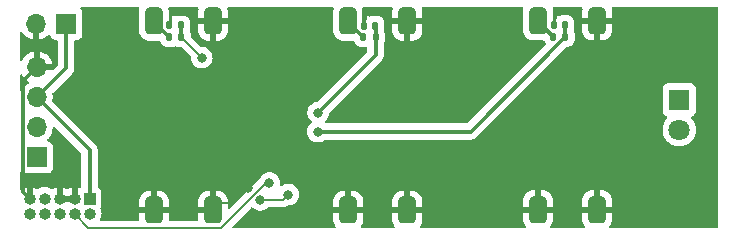
<source format=gbr>
%TF.GenerationSoftware,KiCad,Pcbnew,(6.0.2)*%
%TF.CreationDate,2023-04-03T14:54:34+02:00*%
%TF.ProjectId,IR_lights,49525f6c-6967-4687-9473-2e6b69636164,rev?*%
%TF.SameCoordinates,Original*%
%TF.FileFunction,Copper,L2,Bot*%
%TF.FilePolarity,Positive*%
%FSLAX46Y46*%
G04 Gerber Fmt 4.6, Leading zero omitted, Abs format (unit mm)*
G04 Created by KiCad (PCBNEW (6.0.2)) date 2023-04-03 14:54:34*
%MOMM*%
%LPD*%
G01*
G04 APERTURE LIST*
G04 Aperture macros list*
%AMRoundRect*
0 Rectangle with rounded corners*
0 $1 Rounding radius*
0 $2 $3 $4 $5 $6 $7 $8 $9 X,Y pos of 4 corners*
0 Add a 4 corners polygon primitive as box body*
4,1,4,$2,$3,$4,$5,$6,$7,$8,$9,$2,$3,0*
0 Add four circle primitives for the rounded corners*
1,1,$1+$1,$2,$3*
1,1,$1+$1,$4,$5*
1,1,$1+$1,$6,$7*
1,1,$1+$1,$8,$9*
0 Add four rect primitives between the rounded corners*
20,1,$1+$1,$2,$3,$4,$5,0*
20,1,$1+$1,$4,$5,$6,$7,0*
20,1,$1+$1,$6,$7,$8,$9,0*
20,1,$1+$1,$8,$9,$2,$3,0*%
G04 Aperture macros list end*
%TA.AperFunction,ComponentPad*%
%ADD10R,1.700000X1.700000*%
%TD*%
%TA.AperFunction,ComponentPad*%
%ADD11O,1.700000X1.700000*%
%TD*%
%TA.AperFunction,ComponentPad*%
%ADD12R,1.000000X1.000000*%
%TD*%
%TA.AperFunction,ComponentPad*%
%ADD13O,1.000000X1.000000*%
%TD*%
%TA.AperFunction,ComponentPad*%
%ADD14R,1.800000X1.800000*%
%TD*%
%TA.AperFunction,ComponentPad*%
%ADD15C,1.800000*%
%TD*%
%TA.AperFunction,SMDPad,CuDef*%
%ADD16RoundRect,0.140000X-0.140000X-0.170000X0.140000X-0.170000X0.140000X0.170000X-0.140000X0.170000X0*%
%TD*%
%TA.AperFunction,SMDPad,CuDef*%
%ADD17RoundRect,0.135000X0.135000X0.185000X-0.135000X0.185000X-0.135000X-0.185000X0.135000X-0.185000X0*%
%TD*%
%TA.AperFunction,SMDPad,CuDef*%
%ADD18RoundRect,0.381000X-0.381000X0.762000X-0.381000X-0.762000X0.381000X-0.762000X0.381000X0.762000X0*%
%TD*%
%TA.AperFunction,ViaPad*%
%ADD19C,0.800000*%
%TD*%
%TA.AperFunction,Conductor*%
%ADD20C,0.350000*%
%TD*%
%TA.AperFunction,Conductor*%
%ADD21C,0.150000*%
%TD*%
G04 APERTURE END LIST*
D10*
%TO.P,J2,1,Pin_1*%
%TO.N,/SCL*%
X131500000Y-106250000D03*
D11*
%TO.P,J2,2,Pin_2*%
%TO.N,/SDA*%
X131500000Y-103710000D03*
%TO.P,J2,3,Pin_3*%
%TO.N,+3V3*%
X131500000Y-101170000D03*
%TO.P,J2,4,Pin_4*%
%TO.N,GND*%
X131500000Y-98630000D03*
%TD*%
D10*
%TO.P,J3,1,Pin_1*%
%TO.N,+3V3*%
X134000000Y-94950000D03*
D11*
%TO.P,J3,2,Pin_2*%
%TO.N,GND*%
X131460000Y-94950000D03*
%TD*%
D12*
%TO.P,J1,1,Pin_1*%
%TO.N,+3V3*%
X135975000Y-109775000D03*
D13*
%TO.P,J1,2,Pin_2*%
%TO.N,/SWDIO*%
X135975000Y-111045000D03*
%TO.P,J1,3,Pin_3*%
%TO.N,GND*%
X134705000Y-109775000D03*
%TO.P,J1,4,Pin_4*%
%TO.N,/SWDCLK*%
X134705000Y-111045000D03*
%TO.P,J1,5,Pin_5*%
%TO.N,GND*%
X133435000Y-109775000D03*
%TO.P,J1,6,Pin_6*%
%TO.N,unconnected-(J1-Pad6)*%
X133435000Y-111045000D03*
%TO.P,J1,7,Pin_7*%
%TO.N,unconnected-(J1-Pad7)*%
X132165000Y-109775000D03*
%TO.P,J1,8,Pin_8*%
%TO.N,unconnected-(J1-Pad8)*%
X132165000Y-111045000D03*
%TO.P,J1,9,Pin_9*%
%TO.N,GND*%
X130895000Y-109775000D03*
%TO.P,J1,10,Pin_10*%
%TO.N,/RESET*%
X130895000Y-111045000D03*
%TD*%
D14*
%TO.P,D4,1,K*%
%TO.N,Net-(D4-Pad1)*%
X185900000Y-101375000D03*
D15*
%TO.P,D4,2,A*%
%TO.N,Net-(D4-Pad2)*%
X185900000Y-103915000D03*
%TD*%
D16*
%TO.P,C6,1*%
%TO.N,GND*%
X175270000Y-95025000D03*
%TO.P,C6,2*%
%TO.N,/ON_OFF*%
X176230000Y-95025000D03*
%TD*%
%TO.P,C7,1*%
%TO.N,GND*%
X159195000Y-95100000D03*
%TO.P,C7,2*%
%TO.N,/DAY*%
X160155000Y-95100000D03*
%TD*%
D17*
%TO.P,R5,1*%
%TO.N,/NIGHT*%
X143750000Y-96100000D03*
%TO.P,R5,2*%
%TO.N,Net-(R5-Pad2)*%
X142730000Y-96100000D03*
%TD*%
D18*
%TO.P,SW1,1,1*%
%TO.N,Net-(R5-Pad2)*%
X141425000Y-94750000D03*
%TO.P,SW1,2,2*%
%TO.N,GND*%
X141425000Y-110750000D03*
%TO.P,SW1,3,3*%
X146425000Y-94750000D03*
%TO.P,SW1,4,4*%
X146425000Y-110750000D03*
%TD*%
D17*
%TO.P,R4,1*%
%TO.N,/ON_OFF*%
X176265000Y-96050000D03*
%TO.P,R4,2*%
%TO.N,Net-(R4-Pad2)*%
X175245000Y-96050000D03*
%TD*%
%TO.P,R6,1*%
%TO.N,/DAY*%
X160190000Y-96100000D03*
%TO.P,R6,2*%
%TO.N,Net-(R6-Pad2)*%
X159170000Y-96100000D03*
%TD*%
D18*
%TO.P,SW3,1,1*%
%TO.N,Net-(R4-Pad2)*%
X173950000Y-94700000D03*
%TO.P,SW3,2,2*%
%TO.N,GND*%
X173950000Y-110700000D03*
%TO.P,SW3,3,3*%
X178950000Y-94700000D03*
%TO.P,SW3,4,4*%
X178950000Y-110700000D03*
%TD*%
%TO.P,SW2,1,1*%
%TO.N,Net-(R6-Pad2)*%
X157875000Y-94750000D03*
%TO.P,SW2,2,2*%
%TO.N,GND*%
X157875000Y-110750000D03*
%TO.P,SW2,3,3*%
X162875000Y-94750000D03*
%TO.P,SW2,4,4*%
X162875000Y-110750000D03*
%TD*%
D16*
%TO.P,C1,1*%
%TO.N,GND*%
X142745000Y-95075000D03*
%TO.P,C1,2*%
%TO.N,/NIGHT*%
X143705000Y-95075000D03*
%TD*%
D19*
%TO.N,GND*%
X161700000Y-102675000D03*
X178550000Y-98875000D03*
X164350000Y-98525000D03*
X163575000Y-106775000D03*
X139825000Y-104600000D03*
X168075000Y-95150000D03*
X175600000Y-106450000D03*
X146750000Y-110125000D03*
X149425000Y-108855000D03*
X147495000Y-107925000D03*
X186050000Y-109425000D03*
X136375000Y-96750000D03*
X186125000Y-97250000D03*
X155400000Y-107025000D03*
X168175000Y-110375000D03*
X155975000Y-95975000D03*
X139200000Y-95925000D03*
X155950000Y-111575000D03*
X148675000Y-95200000D03*
X134275000Y-106375000D03*
X142000000Y-97675000D03*
%TO.N,/NIGHT*%
X145475000Y-97825000D03*
%TO.N,+3V3*%
X150426166Y-109871166D03*
X152800000Y-109425000D03*
%TO.N,/ON_OFF*%
X155300000Y-104075000D03*
%TO.N,/DAY*%
X155325000Y-102475000D03*
%TO.N,/SWDCLK*%
X151199865Y-108427724D03*
%TD*%
D20*
%TO.N,GND*%
X130325489Y-99804511D02*
X131500000Y-98630000D01*
D21*
X148495000Y-107925000D02*
X149425000Y-108855000D01*
X147495000Y-107925000D02*
X148495000Y-107925000D01*
D20*
X130895000Y-109775000D02*
X130325489Y-109205489D01*
D21*
X148155000Y-110125000D02*
X149425000Y-108855000D01*
X146750000Y-110125000D02*
X148155000Y-110125000D01*
D20*
X130325489Y-109205489D02*
X130325489Y-99804511D01*
X159195000Y-93755000D02*
X159225000Y-93725000D01*
X159195000Y-95100000D02*
X159195000Y-93755000D01*
%TO.N,/NIGHT*%
X143750000Y-95120000D02*
X143705000Y-95075000D01*
D21*
X145475000Y-97825000D02*
X143750000Y-96100000D01*
D20*
X143750000Y-96100000D02*
X143750000Y-95120000D01*
D21*
%TO.N,+3V3*%
X152353834Y-109871166D02*
X150426166Y-109871166D01*
D20*
X131500000Y-101170000D02*
X135975000Y-105645000D01*
X134000000Y-98670000D02*
X134000000Y-94950000D01*
D21*
X152800000Y-109425000D02*
X152353834Y-109871166D01*
D20*
X131500000Y-101170000D02*
X134000000Y-98670000D01*
X135975000Y-105645000D02*
X135975000Y-109775000D01*
%TO.N,/ON_OFF*%
X176265000Y-96050000D02*
X168240000Y-104075000D01*
X168240000Y-104075000D02*
X155300000Y-104075000D01*
X176265000Y-95060000D02*
X176230000Y-95025000D01*
X176265000Y-96050000D02*
X176265000Y-95060000D01*
%TO.N,/DAY*%
X160190000Y-96100000D02*
X160190000Y-95135000D01*
X160190000Y-97610000D02*
X155325000Y-102475000D01*
X160190000Y-96100000D02*
X160190000Y-97610000D01*
X160190000Y-95135000D02*
X160155000Y-95100000D01*
D21*
%TO.N,/SWDCLK*%
X135885000Y-112225000D02*
X134705000Y-111045000D01*
X150897276Y-108427724D02*
X147100000Y-112225000D01*
X147100000Y-112225000D02*
X135885000Y-112225000D01*
X151199865Y-108427724D02*
X150897276Y-108427724D01*
D20*
%TO.N,Net-(R4-Pad2)*%
X173950000Y-94755000D02*
X175245000Y-96050000D01*
X173950000Y-94700000D02*
X173950000Y-94755000D01*
%TO.N,Net-(R5-Pad2)*%
X141425000Y-94750000D02*
X141425000Y-94795000D01*
X141425000Y-94795000D02*
X142730000Y-96100000D01*
%TO.N,Net-(R6-Pad2)*%
X157875000Y-94750000D02*
X157875000Y-94805000D01*
X157875000Y-94805000D02*
X159170000Y-96100000D01*
%TD*%
%TA.AperFunction,Conductor*%
%TO.N,GND*%
G36*
X140148953Y-93553002D02*
G01*
X140195446Y-93606658D01*
X140205550Y-93676932D01*
X140202539Y-93691611D01*
X140168614Y-93818222D01*
X140160612Y-93848085D01*
X140160159Y-93853841D01*
X140158629Y-93873286D01*
X140154500Y-93925742D01*
X140154500Y-95574258D01*
X140154693Y-95576706D01*
X140154693Y-95576714D01*
X140156224Y-95596159D01*
X140160612Y-95651915D01*
X140162105Y-95657488D01*
X140162106Y-95657492D01*
X140197184Y-95788404D01*
X140209006Y-95832524D01*
X140293893Y-95999125D01*
X140411564Y-96144436D01*
X140416690Y-96148587D01*
X140550202Y-96256703D01*
X140556875Y-96262107D01*
X140723476Y-96346994D01*
X140729849Y-96348702D01*
X140729850Y-96348702D01*
X140898508Y-96393894D01*
X140898512Y-96393895D01*
X140904085Y-96395388D01*
X140909841Y-96395841D01*
X140979286Y-96401307D01*
X140979294Y-96401307D01*
X140981742Y-96401500D01*
X141864135Y-96401500D01*
X141932256Y-96421502D01*
X141978749Y-96475158D01*
X141985132Y-96492346D01*
X141999731Y-96542596D01*
X142003766Y-96549418D01*
X142003766Y-96549419D01*
X142066885Y-96656147D01*
X142082494Y-96682541D01*
X142197459Y-96797506D01*
X142204280Y-96801540D01*
X142326520Y-96873832D01*
X142337404Y-96880269D01*
X142345015Y-96882480D01*
X142345017Y-96882481D01*
X142435750Y-96908841D01*
X142493534Y-96925629D01*
X142499941Y-96926133D01*
X142499945Y-96926134D01*
X142527556Y-96928307D01*
X142527562Y-96928307D01*
X142530011Y-96928500D01*
X142729878Y-96928500D01*
X142929988Y-96928499D01*
X142966466Y-96925629D01*
X143066501Y-96896566D01*
X143114983Y-96882481D01*
X143114985Y-96882480D01*
X143122596Y-96880269D01*
X143129421Y-96876233D01*
X143129425Y-96876231D01*
X143175861Y-96848769D01*
X143244677Y-96831309D01*
X143304139Y-96848769D01*
X143350575Y-96876231D01*
X143350579Y-96876233D01*
X143357404Y-96880269D01*
X143365015Y-96882480D01*
X143365017Y-96882481D01*
X143455750Y-96908841D01*
X143513534Y-96925629D01*
X143519941Y-96926133D01*
X143519945Y-96926134D01*
X143547556Y-96928307D01*
X143547562Y-96928307D01*
X143550011Y-96928500D01*
X143559194Y-96928500D01*
X143701116Y-96928499D01*
X143769236Y-96948501D01*
X143790211Y-96965404D01*
X144527398Y-97702591D01*
X144561424Y-97764903D01*
X144563613Y-97804855D01*
X144561496Y-97825000D01*
X144562186Y-97831565D01*
X144579187Y-97993317D01*
X144581458Y-98014928D01*
X144640473Y-98196556D01*
X144735960Y-98361944D01*
X144740378Y-98366851D01*
X144740379Y-98366852D01*
X144747111Y-98374329D01*
X144863747Y-98503866D01*
X145018248Y-98616118D01*
X145024276Y-98618802D01*
X145024278Y-98618803D01*
X145186681Y-98691109D01*
X145192712Y-98693794D01*
X145284160Y-98713232D01*
X145373056Y-98732128D01*
X145373061Y-98732128D01*
X145379513Y-98733500D01*
X145570487Y-98733500D01*
X145576939Y-98732128D01*
X145576944Y-98732128D01*
X145665840Y-98713232D01*
X145757288Y-98693794D01*
X145763319Y-98691109D01*
X145925722Y-98618803D01*
X145925724Y-98618802D01*
X145931752Y-98616118D01*
X146086253Y-98503866D01*
X146202889Y-98374329D01*
X146209621Y-98366852D01*
X146209622Y-98366851D01*
X146214040Y-98361944D01*
X146309527Y-98196556D01*
X146368542Y-98014928D01*
X146370814Y-97993317D01*
X146387814Y-97831565D01*
X146388504Y-97825000D01*
X146383112Y-97773695D01*
X146369232Y-97641635D01*
X146369232Y-97641633D01*
X146368542Y-97635072D01*
X146309527Y-97453444D01*
X146214040Y-97288056D01*
X146086253Y-97146134D01*
X145931752Y-97033882D01*
X145925724Y-97031198D01*
X145925722Y-97031197D01*
X145763319Y-96958891D01*
X145763318Y-96958891D01*
X145757288Y-96956206D01*
X145663888Y-96936353D01*
X145576944Y-96917872D01*
X145576939Y-96917872D01*
X145570487Y-96916500D01*
X145443883Y-96916500D01*
X145375762Y-96896498D01*
X145354788Y-96879595D01*
X144565404Y-96090211D01*
X144531378Y-96027899D01*
X144528499Y-96001116D01*
X144528499Y-95850012D01*
X144525629Y-95813534D01*
X144480269Y-95657404D01*
X144453711Y-95612498D01*
X144443374Y-95571755D01*
X145155000Y-95571755D01*
X145155193Y-95576681D01*
X145160655Y-95646081D01*
X145162602Y-95657413D01*
X145207767Y-95825970D01*
X145212471Y-95838223D01*
X145291318Y-95992968D01*
X145298470Y-96003982D01*
X145407768Y-96138955D01*
X145417045Y-96148232D01*
X145552018Y-96257530D01*
X145563032Y-96264682D01*
X145717777Y-96343529D01*
X145730030Y-96348233D01*
X145898587Y-96393398D01*
X145909919Y-96395345D01*
X145979319Y-96400807D01*
X145984245Y-96401000D01*
X146152885Y-96401000D01*
X146168124Y-96396525D01*
X146169329Y-96395135D01*
X146171000Y-96387452D01*
X146171000Y-96382885D01*
X146679000Y-96382885D01*
X146683475Y-96398124D01*
X146684865Y-96399329D01*
X146692548Y-96401000D01*
X146865755Y-96401000D01*
X146870681Y-96400807D01*
X146940081Y-96395345D01*
X146951413Y-96393398D01*
X147119970Y-96348233D01*
X147132223Y-96343529D01*
X147286968Y-96264682D01*
X147297982Y-96257530D01*
X147432955Y-96148232D01*
X147442232Y-96138955D01*
X147551530Y-96003982D01*
X147558682Y-95992968D01*
X147637529Y-95838223D01*
X147642233Y-95825970D01*
X147687398Y-95657413D01*
X147689345Y-95646081D01*
X147694807Y-95576681D01*
X147695000Y-95571755D01*
X147695000Y-95022115D01*
X147690525Y-95006876D01*
X147689135Y-95005671D01*
X147681452Y-95004000D01*
X146697115Y-95004000D01*
X146681876Y-95008475D01*
X146680671Y-95009865D01*
X146679000Y-95017548D01*
X146679000Y-96382885D01*
X146171000Y-96382885D01*
X146171000Y-95022115D01*
X146166525Y-95006876D01*
X146165135Y-95005671D01*
X146157452Y-95004000D01*
X145173115Y-95004000D01*
X145157876Y-95008475D01*
X145156671Y-95009865D01*
X145155000Y-95017548D01*
X145155000Y-95571755D01*
X144443374Y-95571755D01*
X144436252Y-95543683D01*
X144445093Y-95504655D01*
X144444894Y-95504597D01*
X144445859Y-95501275D01*
X144490606Y-95347254D01*
X144491340Y-95337940D01*
X144493307Y-95312940D01*
X144493307Y-95312932D01*
X144493500Y-95310484D01*
X144493500Y-94839516D01*
X144492574Y-94827746D01*
X144491111Y-94809156D01*
X144491110Y-94809151D01*
X144490606Y-94802746D01*
X144444894Y-94645403D01*
X144419827Y-94603016D01*
X144365522Y-94511192D01*
X144361488Y-94504371D01*
X144245629Y-94388512D01*
X144154477Y-94334605D01*
X144111420Y-94309141D01*
X144111419Y-94309141D01*
X144104597Y-94305106D01*
X144096986Y-94302895D01*
X144096984Y-94302894D01*
X144031567Y-94283889D01*
X143947254Y-94259394D01*
X143940849Y-94258890D01*
X143940844Y-94258889D01*
X143912940Y-94256693D01*
X143912932Y-94256693D01*
X143910484Y-94256500D01*
X143499516Y-94256500D01*
X143497068Y-94256693D01*
X143497060Y-94256693D01*
X143469156Y-94258889D01*
X143469151Y-94258890D01*
X143462746Y-94259394D01*
X143378433Y-94283889D01*
X143313016Y-94302894D01*
X143313014Y-94302895D01*
X143305403Y-94305106D01*
X143298576Y-94309143D01*
X143298577Y-94309143D01*
X143288647Y-94315015D01*
X143219830Y-94332474D01*
X143160372Y-94315016D01*
X143151222Y-94309605D01*
X143136784Y-94303357D01*
X143016395Y-94268381D01*
X143002295Y-94268421D01*
X142999000Y-94275691D01*
X142999000Y-94553621D01*
X142981454Y-94617760D01*
X142965106Y-94645403D01*
X142962895Y-94653014D01*
X142962894Y-94653016D01*
X142942497Y-94723224D01*
X142904284Y-94783059D01*
X142839788Y-94812737D01*
X142769485Y-94802834D01*
X142715697Y-94756494D01*
X142695500Y-94688071D01*
X142695500Y-93925742D01*
X142691372Y-93873286D01*
X142689841Y-93853841D01*
X142689388Y-93848085D01*
X142681387Y-93818222D01*
X142647461Y-93691611D01*
X142649151Y-93620635D01*
X142688945Y-93561839D01*
X142754209Y-93533891D01*
X142769168Y-93533000D01*
X145081349Y-93533000D01*
X145149470Y-93553002D01*
X145195963Y-93606658D01*
X145206067Y-93676932D01*
X145203056Y-93691611D01*
X145162602Y-93842587D01*
X145160655Y-93853919D01*
X145155193Y-93923319D01*
X145155000Y-93928246D01*
X145155000Y-94477885D01*
X145159475Y-94493124D01*
X145160865Y-94494329D01*
X145168548Y-94496000D01*
X147676885Y-94496000D01*
X147692124Y-94491525D01*
X147693329Y-94490135D01*
X147695000Y-94482452D01*
X147695000Y-93928246D01*
X147694807Y-93923319D01*
X147689345Y-93853919D01*
X147687398Y-93842587D01*
X147646944Y-93691611D01*
X147648634Y-93620635D01*
X147688428Y-93561839D01*
X147753693Y-93533891D01*
X147768651Y-93533000D01*
X156530832Y-93533000D01*
X156598953Y-93553002D01*
X156645446Y-93606658D01*
X156655550Y-93676932D01*
X156652539Y-93691611D01*
X156618614Y-93818222D01*
X156610612Y-93848085D01*
X156610159Y-93853841D01*
X156608629Y-93873286D01*
X156604500Y-93925742D01*
X156604500Y-95574258D01*
X156604693Y-95576706D01*
X156604693Y-95576714D01*
X156606224Y-95596159D01*
X156610612Y-95651915D01*
X156612105Y-95657488D01*
X156612106Y-95657492D01*
X156647184Y-95788404D01*
X156659006Y-95832524D01*
X156743893Y-95999125D01*
X156861564Y-96144436D01*
X156866690Y-96148587D01*
X157000202Y-96256703D01*
X157006875Y-96262107D01*
X157173476Y-96346994D01*
X157179849Y-96348702D01*
X157179850Y-96348702D01*
X157348508Y-96393894D01*
X157348512Y-96393895D01*
X157354085Y-96395388D01*
X157359841Y-96395841D01*
X157429286Y-96401307D01*
X157429294Y-96401307D01*
X157431742Y-96401500D01*
X158304135Y-96401500D01*
X158372256Y-96421502D01*
X158418749Y-96475158D01*
X158425132Y-96492345D01*
X158439731Y-96542596D01*
X158443766Y-96549418D01*
X158443766Y-96549419D01*
X158506885Y-96656147D01*
X158522494Y-96682541D01*
X158637459Y-96797506D01*
X158644280Y-96801540D01*
X158766520Y-96873832D01*
X158777404Y-96880269D01*
X158785015Y-96882480D01*
X158785017Y-96882481D01*
X158875750Y-96908841D01*
X158933534Y-96925629D01*
X158939941Y-96926133D01*
X158939945Y-96926134D01*
X158967556Y-96928307D01*
X158967562Y-96928307D01*
X158970011Y-96928500D01*
X159169878Y-96928500D01*
X159369988Y-96928499D01*
X159372450Y-96928305D01*
X159374928Y-96928208D01*
X159374972Y-96929341D01*
X159440183Y-96943094D01*
X159490702Y-96992976D01*
X159506500Y-97054062D01*
X159506500Y-97274695D01*
X159486498Y-97342816D01*
X159469595Y-97363790D01*
X155302050Y-101531335D01*
X155239738Y-101565361D01*
X155232654Y-101566500D01*
X155229513Y-101566500D01*
X155223060Y-101567872D01*
X155223057Y-101567872D01*
X155177108Y-101577639D01*
X155042712Y-101606206D01*
X155036682Y-101608891D01*
X155036681Y-101608891D01*
X154874278Y-101681197D01*
X154874276Y-101681198D01*
X154868248Y-101683882D01*
X154713747Y-101796134D01*
X154585960Y-101938056D01*
X154490473Y-102103444D01*
X154431458Y-102285072D01*
X154430768Y-102291633D01*
X154430768Y-102291635D01*
X154426791Y-102329476D01*
X154411496Y-102475000D01*
X154412186Y-102481565D01*
X154427901Y-102631081D01*
X154431458Y-102664928D01*
X154490473Y-102846556D01*
X154493776Y-102852278D01*
X154493777Y-102852279D01*
X154510566Y-102881358D01*
X154585960Y-103011944D01*
X154590378Y-103016851D01*
X154590379Y-103016852D01*
X154688203Y-103125497D01*
X154713747Y-103153866D01*
X154719088Y-103157746D01*
X154719093Y-103157751D01*
X154727669Y-103163981D01*
X154771024Y-103220202D01*
X154777101Y-103290938D01*
X154743970Y-103353731D01*
X154727671Y-103367854D01*
X154699088Y-103388621D01*
X154688747Y-103396134D01*
X154684326Y-103401044D01*
X154684325Y-103401045D01*
X154656495Y-103431954D01*
X154560960Y-103538056D01*
X154557659Y-103543774D01*
X154476603Y-103684167D01*
X154465473Y-103703444D01*
X154406458Y-103885072D01*
X154386496Y-104075000D01*
X154387186Y-104081565D01*
X154401591Y-104218617D01*
X154406458Y-104264928D01*
X154465473Y-104446556D01*
X154560960Y-104611944D01*
X154565378Y-104616851D01*
X154565379Y-104616852D01*
X154679544Y-104743645D01*
X154688747Y-104753866D01*
X154843248Y-104866118D01*
X154849276Y-104868802D01*
X154849278Y-104868803D01*
X154982431Y-104928086D01*
X155017712Y-104943794D01*
X155111113Y-104963647D01*
X155198056Y-104982128D01*
X155198061Y-104982128D01*
X155204513Y-104983500D01*
X155395487Y-104983500D01*
X155401939Y-104982128D01*
X155401944Y-104982128D01*
X155488887Y-104963647D01*
X155582288Y-104943794D01*
X155617569Y-104928086D01*
X155750722Y-104868803D01*
X155750724Y-104868802D01*
X155756752Y-104866118D01*
X155810858Y-104826808D01*
X155871754Y-104782564D01*
X155938622Y-104758705D01*
X155945815Y-104758500D01*
X168211955Y-104758500D01*
X168220524Y-104758792D01*
X168268458Y-104762060D01*
X168268462Y-104762060D01*
X168276034Y-104762576D01*
X168283511Y-104761271D01*
X168283514Y-104761271D01*
X168336647Y-104751998D01*
X168343171Y-104751035D01*
X168396691Y-104744558D01*
X168404235Y-104743645D01*
X168411345Y-104740958D01*
X168416248Y-104739754D01*
X168426734Y-104736886D01*
X168431526Y-104735439D01*
X168439004Y-104734134D01*
X168445957Y-104731082D01*
X168495341Y-104709405D01*
X168501446Y-104706914D01*
X168551882Y-104687855D01*
X168551885Y-104687853D01*
X168558989Y-104685169D01*
X168565246Y-104680869D01*
X168569714Y-104678533D01*
X168579160Y-104673275D01*
X168583526Y-104670693D01*
X168590485Y-104667638D01*
X168639304Y-104630177D01*
X168644623Y-104626314D01*
X168689065Y-104595769D01*
X168695326Y-104591466D01*
X168735233Y-104546676D01*
X168740213Y-104541402D01*
X169401146Y-103880469D01*
X184487095Y-103880469D01*
X184487392Y-103885622D01*
X184487392Y-103885625D01*
X184494161Y-104003023D01*
X184500427Y-104111697D01*
X184501564Y-104116743D01*
X184501565Y-104116749D01*
X184533480Y-104258365D01*
X184551346Y-104337642D01*
X184553288Y-104342424D01*
X184553289Y-104342428D01*
X184593019Y-104440271D01*
X184638484Y-104552237D01*
X184715878Y-104678533D01*
X184749951Y-104734134D01*
X184759501Y-104749719D01*
X184911147Y-104924784D01*
X185089349Y-105072730D01*
X185289322Y-105189584D01*
X185294147Y-105191426D01*
X185294148Y-105191427D01*
X185368665Y-105219883D01*
X185505694Y-105272209D01*
X185510760Y-105273240D01*
X185510761Y-105273240D01*
X185555219Y-105282285D01*
X185732656Y-105318385D01*
X185863324Y-105323176D01*
X185958949Y-105326683D01*
X185958953Y-105326683D01*
X185964113Y-105326872D01*
X185969233Y-105326216D01*
X185969235Y-105326216D01*
X186042270Y-105316860D01*
X186193847Y-105297442D01*
X186198795Y-105295957D01*
X186198802Y-105295956D01*
X186410747Y-105232369D01*
X186415690Y-105230886D01*
X186496236Y-105191427D01*
X186619049Y-105131262D01*
X186619052Y-105131260D01*
X186623684Y-105128991D01*
X186812243Y-104994494D01*
X186976303Y-104831005D01*
X187111458Y-104642917D01*
X187118743Y-104628178D01*
X187211784Y-104439922D01*
X187211785Y-104439920D01*
X187214078Y-104435280D01*
X187281408Y-104213671D01*
X187311640Y-103984041D01*
X187313327Y-103915000D01*
X187295934Y-103703444D01*
X187294773Y-103689318D01*
X187294772Y-103689312D01*
X187294349Y-103684167D01*
X187237925Y-103459533D01*
X187235767Y-103454570D01*
X187147630Y-103251868D01*
X187147628Y-103251865D01*
X187145570Y-103247131D01*
X187019764Y-103052665D01*
X187016282Y-103048838D01*
X186929848Y-102953848D01*
X186898796Y-102890002D01*
X186907192Y-102819504D01*
X186952369Y-102764736D01*
X186978812Y-102751067D01*
X187038297Y-102728767D01*
X187046705Y-102725615D01*
X187163261Y-102638261D01*
X187250615Y-102521705D01*
X187301745Y-102385316D01*
X187308500Y-102323134D01*
X187308500Y-100426866D01*
X187301745Y-100364684D01*
X187250615Y-100228295D01*
X187163261Y-100111739D01*
X187046705Y-100024385D01*
X186910316Y-99973255D01*
X186848134Y-99966500D01*
X184951866Y-99966500D01*
X184889684Y-99973255D01*
X184753295Y-100024385D01*
X184636739Y-100111739D01*
X184549385Y-100228295D01*
X184498255Y-100364684D01*
X184491500Y-100426866D01*
X184491500Y-102323134D01*
X184498255Y-102385316D01*
X184549385Y-102521705D01*
X184636739Y-102638261D01*
X184753295Y-102725615D01*
X184761704Y-102728767D01*
X184761705Y-102728768D01*
X184821164Y-102751058D01*
X184877929Y-102793699D01*
X184902629Y-102860261D01*
X184887422Y-102929609D01*
X184868029Y-102956091D01*
X184814655Y-103011944D01*
X184801639Y-103025564D01*
X184798725Y-103029836D01*
X184798724Y-103029837D01*
X184783152Y-103052665D01*
X184671119Y-103216899D01*
X184573602Y-103426981D01*
X184511707Y-103650169D01*
X184487095Y-103880469D01*
X169401146Y-103880469D01*
X176366211Y-96915404D01*
X176428523Y-96881378D01*
X176455306Y-96878499D01*
X176464988Y-96878499D01*
X176501466Y-96875629D01*
X176598270Y-96847505D01*
X176649983Y-96832481D01*
X176649985Y-96832480D01*
X176657596Y-96830269D01*
X176712996Y-96797506D01*
X176790720Y-96751540D01*
X176797541Y-96747506D01*
X176912506Y-96632541D01*
X176970200Y-96534985D01*
X176991234Y-96499419D01*
X176991234Y-96499418D01*
X176995269Y-96492596D01*
X177012148Y-96434500D01*
X177036406Y-96351000D01*
X177040629Y-96336466D01*
X177043500Y-96299989D01*
X177043499Y-95800012D01*
X177040629Y-95763534D01*
X177005396Y-95642260D01*
X176997481Y-95615017D01*
X176997480Y-95615015D01*
X176995269Y-95607404D01*
X176974486Y-95572262D01*
X176961672Y-95521755D01*
X177680000Y-95521755D01*
X177680193Y-95526681D01*
X177685655Y-95596081D01*
X177687602Y-95607413D01*
X177732767Y-95775970D01*
X177737471Y-95788223D01*
X177816318Y-95942968D01*
X177823470Y-95953982D01*
X177932768Y-96088955D01*
X177942045Y-96098232D01*
X178077018Y-96207530D01*
X178088032Y-96214682D01*
X178242777Y-96293529D01*
X178255030Y-96298233D01*
X178423587Y-96343398D01*
X178434919Y-96345345D01*
X178504319Y-96350807D01*
X178509245Y-96351000D01*
X178677885Y-96351000D01*
X178693124Y-96346525D01*
X178694329Y-96345135D01*
X178696000Y-96337452D01*
X178696000Y-96332885D01*
X179204000Y-96332885D01*
X179208475Y-96348124D01*
X179209865Y-96349329D01*
X179217548Y-96351000D01*
X179390755Y-96351000D01*
X179395681Y-96350807D01*
X179465081Y-96345345D01*
X179476413Y-96343398D01*
X179644970Y-96298233D01*
X179657223Y-96293529D01*
X179811968Y-96214682D01*
X179822982Y-96207530D01*
X179957955Y-96098232D01*
X179967232Y-96088955D01*
X180076530Y-95953982D01*
X180083682Y-95942968D01*
X180162529Y-95788223D01*
X180167233Y-95775970D01*
X180212398Y-95607413D01*
X180214345Y-95596081D01*
X180219807Y-95526681D01*
X180220000Y-95521755D01*
X180220000Y-94972115D01*
X180215525Y-94956876D01*
X180214135Y-94955671D01*
X180206452Y-94954000D01*
X179222115Y-94954000D01*
X179206876Y-94958475D01*
X179205671Y-94959865D01*
X179204000Y-94967548D01*
X179204000Y-96332885D01*
X178696000Y-96332885D01*
X178696000Y-94972115D01*
X178691525Y-94956876D01*
X178690135Y-94955671D01*
X178682452Y-94954000D01*
X177698115Y-94954000D01*
X177682876Y-94958475D01*
X177681671Y-94959865D01*
X177680000Y-94967548D01*
X177680000Y-95521755D01*
X176961672Y-95521755D01*
X176957027Y-95503446D01*
X176966975Y-95459533D01*
X176969894Y-95454597D01*
X177015606Y-95297254D01*
X177018500Y-95260484D01*
X177018500Y-94789516D01*
X177016937Y-94769658D01*
X177016111Y-94759156D01*
X177016110Y-94759151D01*
X177015606Y-94752746D01*
X176969894Y-94595403D01*
X176927528Y-94523765D01*
X176890522Y-94461192D01*
X176886488Y-94454371D01*
X176770629Y-94338512D01*
X176763808Y-94334478D01*
X176636420Y-94259141D01*
X176636419Y-94259141D01*
X176629597Y-94255106D01*
X176621986Y-94252895D01*
X176621984Y-94252894D01*
X176571005Y-94238084D01*
X176472254Y-94209394D01*
X176465849Y-94208890D01*
X176465844Y-94208889D01*
X176437940Y-94206693D01*
X176437932Y-94206693D01*
X176435484Y-94206500D01*
X176024516Y-94206500D01*
X176022068Y-94206693D01*
X176022060Y-94206693D01*
X175994156Y-94208889D01*
X175994151Y-94208890D01*
X175987746Y-94209394D01*
X175888995Y-94238084D01*
X175838016Y-94252894D01*
X175838014Y-94252895D01*
X175830403Y-94255106D01*
X175822796Y-94259605D01*
X175813647Y-94265015D01*
X175744830Y-94282474D01*
X175685372Y-94265016D01*
X175676222Y-94259605D01*
X175661784Y-94253357D01*
X175541395Y-94218381D01*
X175527295Y-94218421D01*
X175524000Y-94225691D01*
X175524000Y-94503621D01*
X175506454Y-94567760D01*
X175490106Y-94595403D01*
X175487895Y-94603014D01*
X175487894Y-94603016D01*
X175467497Y-94673224D01*
X175429284Y-94733059D01*
X175364788Y-94762737D01*
X175294485Y-94752834D01*
X175240697Y-94706494D01*
X175220500Y-94638071D01*
X175220500Y-93875742D01*
X175218783Y-93853919D01*
X175214841Y-93803841D01*
X175214388Y-93798085D01*
X175185858Y-93691610D01*
X175187548Y-93620635D01*
X175227342Y-93561839D01*
X175292606Y-93533891D01*
X175307565Y-93533000D01*
X177592952Y-93533000D01*
X177661073Y-93553002D01*
X177707566Y-93606658D01*
X177717670Y-93676932D01*
X177714659Y-93691611D01*
X177687602Y-93792587D01*
X177685655Y-93803919D01*
X177680193Y-93873319D01*
X177680000Y-93878246D01*
X177680000Y-94427885D01*
X177684475Y-94443124D01*
X177685865Y-94444329D01*
X177693548Y-94446000D01*
X180201885Y-94446000D01*
X180217124Y-94441525D01*
X180218329Y-94440135D01*
X180220000Y-94432452D01*
X180220000Y-93878246D01*
X180219807Y-93873319D01*
X180214345Y-93803919D01*
X180212398Y-93792587D01*
X180185341Y-93691611D01*
X180187031Y-93620635D01*
X180226825Y-93561839D01*
X180292089Y-93533891D01*
X180307048Y-93533000D01*
X189091000Y-93533000D01*
X189159121Y-93553002D01*
X189205614Y-93606658D01*
X189217000Y-93659000D01*
X189217000Y-112141000D01*
X189196998Y-112209121D01*
X189143342Y-112255614D01*
X189091000Y-112267000D01*
X180087219Y-112267000D01*
X180019098Y-112246998D01*
X179972605Y-112193342D01*
X179962501Y-112123068D01*
X179989298Y-112061706D01*
X180076530Y-111953982D01*
X180083682Y-111942968D01*
X180162529Y-111788223D01*
X180167233Y-111775970D01*
X180212398Y-111607413D01*
X180214345Y-111596081D01*
X180219807Y-111526681D01*
X180220000Y-111521755D01*
X180220000Y-110972115D01*
X180215525Y-110956876D01*
X180214135Y-110955671D01*
X180206452Y-110954000D01*
X177698115Y-110954000D01*
X177682876Y-110958475D01*
X177681671Y-110959865D01*
X177680000Y-110967548D01*
X177680000Y-111521755D01*
X177680193Y-111526681D01*
X177685655Y-111596081D01*
X177687602Y-111607413D01*
X177732767Y-111775970D01*
X177737471Y-111788223D01*
X177816318Y-111942968D01*
X177823470Y-111953982D01*
X177910702Y-112061706D01*
X177938027Y-112127234D01*
X177925587Y-112197132D01*
X177877332Y-112249209D01*
X177812781Y-112267000D01*
X175087219Y-112267000D01*
X175019098Y-112246998D01*
X174972605Y-112193342D01*
X174962501Y-112123068D01*
X174989298Y-112061706D01*
X175076530Y-111953982D01*
X175083682Y-111942968D01*
X175162529Y-111788223D01*
X175167233Y-111775970D01*
X175212398Y-111607413D01*
X175214345Y-111596081D01*
X175219807Y-111526681D01*
X175220000Y-111521755D01*
X175220000Y-110972115D01*
X175215525Y-110956876D01*
X175214135Y-110955671D01*
X175206452Y-110954000D01*
X172698115Y-110954000D01*
X172682876Y-110958475D01*
X172681671Y-110959865D01*
X172680000Y-110967548D01*
X172680000Y-111521755D01*
X172680193Y-111526681D01*
X172685655Y-111596081D01*
X172687602Y-111607413D01*
X172732767Y-111775970D01*
X172737471Y-111788223D01*
X172816318Y-111942968D01*
X172823470Y-111953982D01*
X172910702Y-112061706D01*
X172938027Y-112127234D01*
X172925587Y-112197132D01*
X172877332Y-112249209D01*
X172812781Y-112267000D01*
X164052707Y-112267000D01*
X163984586Y-112246998D01*
X163938093Y-112193342D01*
X163927989Y-112123068D01*
X163954787Y-112061706D01*
X164001526Y-112003988D01*
X164008682Y-111992968D01*
X164087529Y-111838223D01*
X164092233Y-111825970D01*
X164137398Y-111657413D01*
X164139345Y-111646081D01*
X164144807Y-111576681D01*
X164145000Y-111571755D01*
X164145000Y-111022115D01*
X164140525Y-111006876D01*
X164139135Y-111005671D01*
X164131452Y-111004000D01*
X161623115Y-111004000D01*
X161607876Y-111008475D01*
X161606671Y-111009865D01*
X161605000Y-111017548D01*
X161605000Y-111571755D01*
X161605193Y-111576681D01*
X161610655Y-111646081D01*
X161612602Y-111657413D01*
X161657767Y-111825970D01*
X161662471Y-111838223D01*
X161741318Y-111992968D01*
X161748474Y-112003988D01*
X161795213Y-112061706D01*
X161822539Y-112127233D01*
X161810099Y-112197131D01*
X161761845Y-112249208D01*
X161697293Y-112267000D01*
X159052707Y-112267000D01*
X158984586Y-112246998D01*
X158938093Y-112193342D01*
X158927989Y-112123068D01*
X158954787Y-112061706D01*
X159001526Y-112003988D01*
X159008682Y-111992968D01*
X159087529Y-111838223D01*
X159092233Y-111825970D01*
X159137398Y-111657413D01*
X159139345Y-111646081D01*
X159144807Y-111576681D01*
X159145000Y-111571755D01*
X159145000Y-111022115D01*
X159140525Y-111006876D01*
X159139135Y-111005671D01*
X159131452Y-111004000D01*
X156623115Y-111004000D01*
X156607876Y-111008475D01*
X156606671Y-111009865D01*
X156605000Y-111017548D01*
X156605000Y-111571755D01*
X156605193Y-111576681D01*
X156610655Y-111646081D01*
X156612602Y-111657413D01*
X156657767Y-111825970D01*
X156662471Y-111838223D01*
X156741318Y-111992968D01*
X156748474Y-112003988D01*
X156795213Y-112061706D01*
X156822539Y-112127233D01*
X156810099Y-112197131D01*
X156761845Y-112249208D01*
X156697293Y-112267000D01*
X148187383Y-112267000D01*
X148119262Y-112246998D01*
X148072769Y-112193342D01*
X148062665Y-112123068D01*
X148092159Y-112058488D01*
X148098288Y-112051905D01*
X149619277Y-110530916D01*
X149681589Y-110496890D01*
X149752404Y-110501955D01*
X149802007Y-110535699D01*
X149803747Y-110537631D01*
X149814913Y-110550032D01*
X149969414Y-110662284D01*
X149975442Y-110664968D01*
X149975444Y-110664969D01*
X150137847Y-110737275D01*
X150143878Y-110739960D01*
X150237279Y-110759813D01*
X150324222Y-110778294D01*
X150324227Y-110778294D01*
X150330679Y-110779666D01*
X150521653Y-110779666D01*
X150528105Y-110778294D01*
X150528110Y-110778294D01*
X150615053Y-110759813D01*
X150708454Y-110739960D01*
X150714485Y-110737275D01*
X150876888Y-110664969D01*
X150876890Y-110664968D01*
X150882918Y-110662284D01*
X151037419Y-110550032D01*
X151085749Y-110496356D01*
X151115730Y-110477885D01*
X156605000Y-110477885D01*
X156609475Y-110493124D01*
X156610865Y-110494329D01*
X156618548Y-110496000D01*
X157602885Y-110496000D01*
X157618124Y-110491525D01*
X157619329Y-110490135D01*
X157621000Y-110482452D01*
X157621000Y-110477885D01*
X158129000Y-110477885D01*
X158133475Y-110493124D01*
X158134865Y-110494329D01*
X158142548Y-110496000D01*
X159126885Y-110496000D01*
X159142124Y-110491525D01*
X159143329Y-110490135D01*
X159145000Y-110482452D01*
X159145000Y-110477885D01*
X161605000Y-110477885D01*
X161609475Y-110493124D01*
X161610865Y-110494329D01*
X161618548Y-110496000D01*
X162602885Y-110496000D01*
X162618124Y-110491525D01*
X162619329Y-110490135D01*
X162621000Y-110482452D01*
X162621000Y-110477885D01*
X163129000Y-110477885D01*
X163133475Y-110493124D01*
X163134865Y-110494329D01*
X163142548Y-110496000D01*
X164126885Y-110496000D01*
X164142124Y-110491525D01*
X164143329Y-110490135D01*
X164145000Y-110482452D01*
X164145000Y-110427885D01*
X172680000Y-110427885D01*
X172684475Y-110443124D01*
X172685865Y-110444329D01*
X172693548Y-110446000D01*
X173677885Y-110446000D01*
X173693124Y-110441525D01*
X173694329Y-110440135D01*
X173696000Y-110432452D01*
X173696000Y-110427885D01*
X174204000Y-110427885D01*
X174208475Y-110443124D01*
X174209865Y-110444329D01*
X174217548Y-110446000D01*
X175201885Y-110446000D01*
X175217124Y-110441525D01*
X175218329Y-110440135D01*
X175220000Y-110432452D01*
X175220000Y-110427885D01*
X177680000Y-110427885D01*
X177684475Y-110443124D01*
X177685865Y-110444329D01*
X177693548Y-110446000D01*
X178677885Y-110446000D01*
X178693124Y-110441525D01*
X178694329Y-110440135D01*
X178696000Y-110432452D01*
X178696000Y-110427885D01*
X179204000Y-110427885D01*
X179208475Y-110443124D01*
X179209865Y-110444329D01*
X179217548Y-110446000D01*
X180201885Y-110446000D01*
X180217124Y-110441525D01*
X180218329Y-110440135D01*
X180220000Y-110432452D01*
X180220000Y-109878246D01*
X180219807Y-109873319D01*
X180214345Y-109803919D01*
X180212398Y-109792587D01*
X180167233Y-109624030D01*
X180162529Y-109611777D01*
X180083682Y-109457032D01*
X180076530Y-109446018D01*
X179967232Y-109311045D01*
X179957955Y-109301768D01*
X179822982Y-109192470D01*
X179811968Y-109185318D01*
X179657223Y-109106471D01*
X179644970Y-109101767D01*
X179476413Y-109056602D01*
X179465081Y-109054655D01*
X179395681Y-109049193D01*
X179390754Y-109049000D01*
X179222115Y-109049000D01*
X179206876Y-109053475D01*
X179205671Y-109054865D01*
X179204000Y-109062548D01*
X179204000Y-110427885D01*
X178696000Y-110427885D01*
X178696000Y-109067115D01*
X178691525Y-109051876D01*
X178690135Y-109050671D01*
X178682452Y-109049000D01*
X178509246Y-109049000D01*
X178504319Y-109049193D01*
X178434919Y-109054655D01*
X178423587Y-109056602D01*
X178255030Y-109101767D01*
X178242777Y-109106471D01*
X178088032Y-109185318D01*
X178077018Y-109192470D01*
X177942045Y-109301768D01*
X177932768Y-109311045D01*
X177823470Y-109446018D01*
X177816318Y-109457032D01*
X177737471Y-109611777D01*
X177732767Y-109624030D01*
X177687602Y-109792587D01*
X177685655Y-109803919D01*
X177680193Y-109873319D01*
X177680000Y-109878246D01*
X177680000Y-110427885D01*
X175220000Y-110427885D01*
X175220000Y-109878246D01*
X175219807Y-109873319D01*
X175214345Y-109803919D01*
X175212398Y-109792587D01*
X175167233Y-109624030D01*
X175162529Y-109611777D01*
X175083682Y-109457032D01*
X175076530Y-109446018D01*
X174967232Y-109311045D01*
X174957955Y-109301768D01*
X174822982Y-109192470D01*
X174811968Y-109185318D01*
X174657223Y-109106471D01*
X174644970Y-109101767D01*
X174476413Y-109056602D01*
X174465081Y-109054655D01*
X174395681Y-109049193D01*
X174390754Y-109049000D01*
X174222115Y-109049000D01*
X174206876Y-109053475D01*
X174205671Y-109054865D01*
X174204000Y-109062548D01*
X174204000Y-110427885D01*
X173696000Y-110427885D01*
X173696000Y-109067115D01*
X173691525Y-109051876D01*
X173690135Y-109050671D01*
X173682452Y-109049000D01*
X173509246Y-109049000D01*
X173504319Y-109049193D01*
X173434919Y-109054655D01*
X173423587Y-109056602D01*
X173255030Y-109101767D01*
X173242777Y-109106471D01*
X173088032Y-109185318D01*
X173077018Y-109192470D01*
X172942045Y-109301768D01*
X172932768Y-109311045D01*
X172823470Y-109446018D01*
X172816318Y-109457032D01*
X172737471Y-109611777D01*
X172732767Y-109624030D01*
X172687602Y-109792587D01*
X172685655Y-109803919D01*
X172680193Y-109873319D01*
X172680000Y-109878246D01*
X172680000Y-110427885D01*
X164145000Y-110427885D01*
X164145000Y-109928246D01*
X164144807Y-109923319D01*
X164139345Y-109853919D01*
X164137398Y-109842587D01*
X164092233Y-109674030D01*
X164087529Y-109661777D01*
X164008682Y-109507032D01*
X164001530Y-109496018D01*
X163892232Y-109361045D01*
X163882955Y-109351768D01*
X163747982Y-109242470D01*
X163736968Y-109235318D01*
X163582223Y-109156471D01*
X163569970Y-109151767D01*
X163401413Y-109106602D01*
X163390081Y-109104655D01*
X163320681Y-109099193D01*
X163315754Y-109099000D01*
X163147115Y-109099000D01*
X163131876Y-109103475D01*
X163130671Y-109104865D01*
X163129000Y-109112548D01*
X163129000Y-110477885D01*
X162621000Y-110477885D01*
X162621000Y-109117115D01*
X162616525Y-109101876D01*
X162615135Y-109100671D01*
X162607452Y-109099000D01*
X162434246Y-109099000D01*
X162429319Y-109099193D01*
X162359919Y-109104655D01*
X162348587Y-109106602D01*
X162180030Y-109151767D01*
X162167777Y-109156471D01*
X162013032Y-109235318D01*
X162002018Y-109242470D01*
X161867045Y-109351768D01*
X161857768Y-109361045D01*
X161748470Y-109496018D01*
X161741318Y-109507032D01*
X161662471Y-109661777D01*
X161657767Y-109674030D01*
X161612602Y-109842587D01*
X161610655Y-109853919D01*
X161605193Y-109923319D01*
X161605000Y-109928246D01*
X161605000Y-110477885D01*
X159145000Y-110477885D01*
X159145000Y-109928246D01*
X159144807Y-109923319D01*
X159139345Y-109853919D01*
X159137398Y-109842587D01*
X159092233Y-109674030D01*
X159087529Y-109661777D01*
X159008682Y-109507032D01*
X159001530Y-109496018D01*
X158892232Y-109361045D01*
X158882955Y-109351768D01*
X158747982Y-109242470D01*
X158736968Y-109235318D01*
X158582223Y-109156471D01*
X158569970Y-109151767D01*
X158401413Y-109106602D01*
X158390081Y-109104655D01*
X158320681Y-109099193D01*
X158315754Y-109099000D01*
X158147115Y-109099000D01*
X158131876Y-109103475D01*
X158130671Y-109104865D01*
X158129000Y-109112548D01*
X158129000Y-110477885D01*
X157621000Y-110477885D01*
X157621000Y-109117115D01*
X157616525Y-109101876D01*
X157615135Y-109100671D01*
X157607452Y-109099000D01*
X157434246Y-109099000D01*
X157429319Y-109099193D01*
X157359919Y-109104655D01*
X157348587Y-109106602D01*
X157180030Y-109151767D01*
X157167777Y-109156471D01*
X157013032Y-109235318D01*
X157002018Y-109242470D01*
X156867045Y-109351768D01*
X156857768Y-109361045D01*
X156748470Y-109496018D01*
X156741318Y-109507032D01*
X156662471Y-109661777D01*
X156657767Y-109674030D01*
X156612602Y-109842587D01*
X156610655Y-109853919D01*
X156605193Y-109923319D01*
X156605000Y-109928246D01*
X156605000Y-110477885D01*
X151115730Y-110477885D01*
X151146195Y-110459116D01*
X151179385Y-110454666D01*
X152307331Y-110454666D01*
X152323778Y-110455744D01*
X152353834Y-110459701D01*
X152362022Y-110458623D01*
X152392078Y-110454666D01*
X152431318Y-110449500D01*
X152506158Y-110439647D01*
X152648101Y-110380852D01*
X152675882Y-110359535D01*
X152742101Y-110333937D01*
X152752583Y-110333500D01*
X152895487Y-110333500D01*
X152901939Y-110332128D01*
X152901944Y-110332128D01*
X152988887Y-110313647D01*
X153082288Y-110293794D01*
X153088319Y-110291109D01*
X153250722Y-110218803D01*
X153250724Y-110218802D01*
X153256752Y-110216118D01*
X153272234Y-110204870D01*
X153401706Y-110110802D01*
X153411253Y-110103866D01*
X153488915Y-110017614D01*
X153534621Y-109966852D01*
X153534622Y-109966851D01*
X153539040Y-109961944D01*
X153634527Y-109796556D01*
X153693542Y-109614928D01*
X153703885Y-109516525D01*
X153712814Y-109431565D01*
X153713504Y-109425000D01*
X153693542Y-109235072D01*
X153634527Y-109053444D01*
X153539040Y-108888056D01*
X153506907Y-108852368D01*
X153415675Y-108751045D01*
X153415674Y-108751044D01*
X153411253Y-108746134D01*
X153256752Y-108633882D01*
X153250724Y-108631198D01*
X153250722Y-108631197D01*
X153088319Y-108558891D01*
X153088318Y-108558891D01*
X153082288Y-108556206D01*
X152988888Y-108536353D01*
X152901944Y-108517872D01*
X152901939Y-108517872D01*
X152895487Y-108516500D01*
X152704513Y-108516500D01*
X152698061Y-108517872D01*
X152698056Y-108517872D01*
X152611112Y-108536353D01*
X152517712Y-108556206D01*
X152511682Y-108558891D01*
X152511681Y-108558891D01*
X152349278Y-108631197D01*
X152349276Y-108631198D01*
X152343248Y-108633882D01*
X152337905Y-108637764D01*
X152299858Y-108665407D01*
X152232990Y-108689266D01*
X152163839Y-108673187D01*
X152114358Y-108622273D01*
X152100486Y-108550302D01*
X152112679Y-108434289D01*
X152113369Y-108427724D01*
X152093407Y-108237796D01*
X152034392Y-108056168D01*
X151938905Y-107890780D01*
X151811118Y-107748858D01*
X151656617Y-107636606D01*
X151650589Y-107633922D01*
X151650587Y-107633921D01*
X151488184Y-107561615D01*
X151488183Y-107561615D01*
X151482153Y-107558930D01*
X151375561Y-107536273D01*
X151301809Y-107520596D01*
X151301804Y-107520596D01*
X151295352Y-107519224D01*
X151104378Y-107519224D01*
X151097926Y-107520596D01*
X151097921Y-107520596D01*
X151024169Y-107536273D01*
X150917577Y-107558930D01*
X150911547Y-107561615D01*
X150911546Y-107561615D01*
X150749143Y-107633921D01*
X150749141Y-107633922D01*
X150743113Y-107636606D01*
X150588612Y-107748858D01*
X150460825Y-107890780D01*
X150365338Y-108056168D01*
X150363296Y-108062453D01*
X150336999Y-108143387D01*
X150306261Y-108193546D01*
X147910095Y-110589712D01*
X147847783Y-110623738D01*
X147776968Y-110618673D01*
X147720132Y-110576126D01*
X147695321Y-110509606D01*
X147695000Y-110500617D01*
X147695000Y-109928246D01*
X147694807Y-109923319D01*
X147689345Y-109853919D01*
X147687398Y-109842587D01*
X147642233Y-109674030D01*
X147637529Y-109661777D01*
X147558682Y-109507032D01*
X147551530Y-109496018D01*
X147442232Y-109361045D01*
X147432955Y-109351768D01*
X147297982Y-109242470D01*
X147286968Y-109235318D01*
X147132223Y-109156471D01*
X147119970Y-109151767D01*
X146951413Y-109106602D01*
X146940081Y-109104655D01*
X146870681Y-109099193D01*
X146865754Y-109099000D01*
X146697115Y-109099000D01*
X146681876Y-109103475D01*
X146680671Y-109104865D01*
X146679000Y-109112548D01*
X146679000Y-110878000D01*
X146658998Y-110946121D01*
X146605342Y-110992614D01*
X146553000Y-111004000D01*
X145173115Y-111004000D01*
X145157876Y-111008475D01*
X145156671Y-111009865D01*
X145155000Y-111017548D01*
X145155000Y-111515500D01*
X145134998Y-111583621D01*
X145081342Y-111630114D01*
X145029000Y-111641500D01*
X142821000Y-111641500D01*
X142752879Y-111621498D01*
X142706386Y-111567842D01*
X142695000Y-111515500D01*
X142695000Y-111022115D01*
X142690525Y-111006876D01*
X142689135Y-111005671D01*
X142681452Y-111004000D01*
X140173115Y-111004000D01*
X140157876Y-111008475D01*
X140156671Y-111009865D01*
X140155000Y-111017548D01*
X140155000Y-111515500D01*
X140134998Y-111583621D01*
X140081342Y-111630114D01*
X140029000Y-111641500D01*
X137012069Y-111641500D01*
X136943948Y-111621498D01*
X136897455Y-111567842D01*
X136887351Y-111497568D01*
X136896961Y-111464254D01*
X136897727Y-111462535D01*
X136900769Y-111457179D01*
X136902712Y-111451337D01*
X136902715Y-111451331D01*
X136961250Y-111275365D01*
X136963197Y-111269513D01*
X136987985Y-111073295D01*
X136988380Y-111045000D01*
X136969080Y-110848167D01*
X136911916Y-110658831D01*
X136909024Y-110653391D01*
X136907195Y-110648954D01*
X136899731Y-110578350D01*
X136917512Y-110537631D01*
X136915921Y-110536760D01*
X136920229Y-110528891D01*
X136925615Y-110521705D01*
X136942042Y-110477885D01*
X140155000Y-110477885D01*
X140159475Y-110493124D01*
X140160865Y-110494329D01*
X140168548Y-110496000D01*
X141152885Y-110496000D01*
X141168124Y-110491525D01*
X141169329Y-110490135D01*
X141171000Y-110482452D01*
X141171000Y-110477885D01*
X141679000Y-110477885D01*
X141683475Y-110493124D01*
X141684865Y-110494329D01*
X141692548Y-110496000D01*
X142676885Y-110496000D01*
X142692124Y-110491525D01*
X142693329Y-110490135D01*
X142695000Y-110482452D01*
X142695000Y-110477885D01*
X145155000Y-110477885D01*
X145159475Y-110493124D01*
X145160865Y-110494329D01*
X145168548Y-110496000D01*
X146152885Y-110496000D01*
X146168124Y-110491525D01*
X146169329Y-110490135D01*
X146171000Y-110482452D01*
X146171000Y-109117115D01*
X146166525Y-109101876D01*
X146165135Y-109100671D01*
X146157452Y-109099000D01*
X145984246Y-109099000D01*
X145979319Y-109099193D01*
X145909919Y-109104655D01*
X145898587Y-109106602D01*
X145730030Y-109151767D01*
X145717777Y-109156471D01*
X145563032Y-109235318D01*
X145552018Y-109242470D01*
X145417045Y-109351768D01*
X145407768Y-109361045D01*
X145298470Y-109496018D01*
X145291318Y-109507032D01*
X145212471Y-109661777D01*
X145207767Y-109674030D01*
X145162602Y-109842587D01*
X145160655Y-109853919D01*
X145155193Y-109923319D01*
X145155000Y-109928246D01*
X145155000Y-110477885D01*
X142695000Y-110477885D01*
X142695000Y-109928246D01*
X142694807Y-109923319D01*
X142689345Y-109853919D01*
X142687398Y-109842587D01*
X142642233Y-109674030D01*
X142637529Y-109661777D01*
X142558682Y-109507032D01*
X142551530Y-109496018D01*
X142442232Y-109361045D01*
X142432955Y-109351768D01*
X142297982Y-109242470D01*
X142286968Y-109235318D01*
X142132223Y-109156471D01*
X142119970Y-109151767D01*
X141951413Y-109106602D01*
X141940081Y-109104655D01*
X141870681Y-109099193D01*
X141865754Y-109099000D01*
X141697115Y-109099000D01*
X141681876Y-109103475D01*
X141680671Y-109104865D01*
X141679000Y-109112548D01*
X141679000Y-110477885D01*
X141171000Y-110477885D01*
X141171000Y-109117115D01*
X141166525Y-109101876D01*
X141165135Y-109100671D01*
X141157452Y-109099000D01*
X140984246Y-109099000D01*
X140979319Y-109099193D01*
X140909919Y-109104655D01*
X140898587Y-109106602D01*
X140730030Y-109151767D01*
X140717777Y-109156471D01*
X140563032Y-109235318D01*
X140552018Y-109242470D01*
X140417045Y-109351768D01*
X140407768Y-109361045D01*
X140298470Y-109496018D01*
X140291318Y-109507032D01*
X140212471Y-109661777D01*
X140207767Y-109674030D01*
X140162602Y-109842587D01*
X140160655Y-109853919D01*
X140155193Y-109923319D01*
X140155000Y-109928246D01*
X140155000Y-110477885D01*
X136942042Y-110477885D01*
X136976745Y-110385316D01*
X136983500Y-110323134D01*
X136983500Y-109226866D01*
X136976745Y-109164684D01*
X136925615Y-109028295D01*
X136838261Y-108911739D01*
X136721705Y-108824385D01*
X136721049Y-108824139D01*
X136673843Y-108776825D01*
X136658500Y-108716567D01*
X136658500Y-105673056D01*
X136658792Y-105664486D01*
X136658863Y-105663443D01*
X136662577Y-105608966D01*
X136651997Y-105548342D01*
X136651034Y-105541819D01*
X136644558Y-105488308D01*
X136644558Y-105488307D01*
X136643645Y-105480765D01*
X136640959Y-105473655D01*
X136639754Y-105468752D01*
X136636886Y-105458266D01*
X136635439Y-105453474D01*
X136634134Y-105445996D01*
X136631082Y-105439043D01*
X136609405Y-105389659D01*
X136606914Y-105383554D01*
X136587855Y-105333118D01*
X136587853Y-105333115D01*
X136585169Y-105326011D01*
X136580869Y-105319754D01*
X136578533Y-105315286D01*
X136573275Y-105305840D01*
X136570693Y-105301474D01*
X136567638Y-105294515D01*
X136530177Y-105245696D01*
X136526314Y-105240377D01*
X136495769Y-105195935D01*
X136491466Y-105189674D01*
X136446676Y-105149767D01*
X136441402Y-105144787D01*
X132866780Y-101570165D01*
X132832754Y-101507853D01*
X132832723Y-101458116D01*
X132832370Y-101458069D01*
X132832722Y-101455398D01*
X132832722Y-101455395D01*
X132861529Y-101236590D01*
X132863156Y-101170000D01*
X132844852Y-100947361D01*
X132836616Y-100914570D01*
X132831017Y-100892278D01*
X132833822Y-100821337D01*
X132864126Y-100772489D01*
X134463459Y-99173156D01*
X134469724Y-99167302D01*
X134505945Y-99135704D01*
X134511670Y-99130710D01*
X134547066Y-99080345D01*
X134550980Y-99075077D01*
X134584248Y-99032649D01*
X134588935Y-99026672D01*
X134592061Y-99019748D01*
X134594671Y-99015439D01*
X134600042Y-99006024D01*
X134602427Y-99001576D01*
X134606795Y-98995361D01*
X134629144Y-98938039D01*
X134631698Y-98931962D01*
X134653887Y-98882820D01*
X134657014Y-98875895D01*
X134658400Y-98868418D01*
X134659910Y-98863598D01*
X134662878Y-98853182D01*
X134664131Y-98848302D01*
X134666889Y-98841228D01*
X134667881Y-98833695D01*
X134674921Y-98780223D01*
X134675953Y-98773710D01*
X134685777Y-98720701D01*
X134685777Y-98720699D01*
X134687161Y-98713232D01*
X134686120Y-98695166D01*
X134683709Y-98653357D01*
X134683500Y-98646105D01*
X134683500Y-96434500D01*
X134703502Y-96366379D01*
X134757158Y-96319886D01*
X134809500Y-96308500D01*
X134898134Y-96308500D01*
X134960316Y-96301745D01*
X135096705Y-96250615D01*
X135213261Y-96163261D01*
X135300615Y-96046705D01*
X135351745Y-95910316D01*
X135358500Y-95848134D01*
X135358500Y-94051866D01*
X135351745Y-93989684D01*
X135300615Y-93853295D01*
X135213261Y-93736739D01*
X135215642Y-93734954D01*
X135188792Y-93685783D01*
X135193857Y-93614968D01*
X135236404Y-93558132D01*
X135302924Y-93533321D01*
X135311913Y-93533000D01*
X140080832Y-93533000D01*
X140148953Y-93553002D01*
G37*
%TD.AperFunction*%
%TA.AperFunction,Conductor*%
G36*
X133074590Y-103711205D02*
G01*
X135254595Y-105891210D01*
X135288621Y-105953522D01*
X135291500Y-105980305D01*
X135291500Y-108716567D01*
X135271498Y-108784688D01*
X135229322Y-108824000D01*
X135228295Y-108824385D01*
X135221114Y-108829767D01*
X135213242Y-108834077D01*
X135212108Y-108832005D01*
X135157606Y-108852368D01*
X135099723Y-108842850D01*
X135091620Y-108839444D01*
X134976308Y-108803750D01*
X134962205Y-108803544D01*
X134959000Y-108810299D01*
X134959000Y-109903000D01*
X134938998Y-109971121D01*
X134885342Y-110017614D01*
X134833000Y-110029000D01*
X133307000Y-110029000D01*
X133238879Y-110008998D01*
X133192386Y-109955342D01*
X133181000Y-109903000D01*
X133181000Y-109502885D01*
X133689000Y-109502885D01*
X133693475Y-109518124D01*
X133694865Y-109519329D01*
X133702548Y-109521000D01*
X134432885Y-109521000D01*
X134448124Y-109516525D01*
X134449329Y-109515135D01*
X134451000Y-109507452D01*
X134451000Y-108817076D01*
X134447027Y-108803545D01*
X134439232Y-108802425D01*
X134331479Y-108834138D01*
X134320111Y-108838731D01*
X134155846Y-108924607D01*
X134140426Y-108934697D01*
X134139095Y-108932663D01*
X134083357Y-108955653D01*
X134013508Y-108942943D01*
X133999617Y-108934814D01*
X133995971Y-108932355D01*
X133832924Y-108844196D01*
X133821619Y-108839444D01*
X133706308Y-108803750D01*
X133692205Y-108803544D01*
X133689000Y-108810299D01*
X133689000Y-109502885D01*
X133181000Y-109502885D01*
X133181000Y-108817076D01*
X133177027Y-108803545D01*
X133169232Y-108802425D01*
X133061479Y-108834138D01*
X133050111Y-108838731D01*
X132885846Y-108924607D01*
X132870426Y-108934697D01*
X132869003Y-108932522D01*
X132813864Y-108955314D01*
X132744005Y-108942657D01*
X132734055Y-108936839D01*
X132731675Y-108934870D01*
X132557701Y-108840802D01*
X132368768Y-108782318D01*
X132362643Y-108781674D01*
X132362642Y-108781674D01*
X132178204Y-108762289D01*
X132178202Y-108762289D01*
X132172075Y-108761645D01*
X132089576Y-108769153D01*
X131981251Y-108779011D01*
X131981248Y-108779012D01*
X131975112Y-108779570D01*
X131969206Y-108781308D01*
X131969202Y-108781309D01*
X131892954Y-108803750D01*
X131785381Y-108835410D01*
X131779923Y-108838263D01*
X131779919Y-108838265D01*
X131694067Y-108883148D01*
X131610110Y-108927040D01*
X131605310Y-108930900D01*
X131600153Y-108934274D01*
X131598849Y-108932281D01*
X131542977Y-108955354D01*
X131473122Y-108942674D01*
X131459186Y-108934522D01*
X131455980Y-108932360D01*
X131292924Y-108844196D01*
X131281619Y-108839444D01*
X131166308Y-108803750D01*
X131152205Y-108803544D01*
X131149000Y-108810299D01*
X131149000Y-109903000D01*
X131128998Y-109971121D01*
X131075342Y-110017614D01*
X131023000Y-110029000D01*
X130767000Y-110029000D01*
X130698879Y-110008998D01*
X130652386Y-109955342D01*
X130641000Y-109903000D01*
X130641000Y-108817076D01*
X130637027Y-108803545D01*
X130629232Y-108802425D01*
X130521479Y-108834138D01*
X130510111Y-108838731D01*
X130345846Y-108924607D01*
X130335585Y-108931321D01*
X130262952Y-108989719D01*
X130197329Y-109016815D01*
X130127475Y-109004131D01*
X130075567Y-108955695D01*
X130058000Y-108891522D01*
X130058000Y-107536273D01*
X130078002Y-107468152D01*
X130131658Y-107421659D01*
X130201932Y-107411555D01*
X130266512Y-107441049D01*
X130274796Y-107449943D01*
X130275008Y-107449731D01*
X130281358Y-107456081D01*
X130286739Y-107463261D01*
X130403295Y-107550615D01*
X130539684Y-107601745D01*
X130601866Y-107608500D01*
X132398134Y-107608500D01*
X132460316Y-107601745D01*
X132596705Y-107550615D01*
X132713261Y-107463261D01*
X132800615Y-107346705D01*
X132851745Y-107210316D01*
X132858500Y-107148134D01*
X132858500Y-105351866D01*
X132851745Y-105289684D01*
X132800615Y-105153295D01*
X132713261Y-105036739D01*
X132596705Y-104949385D01*
X132574629Y-104941109D01*
X132478203Y-104904960D01*
X132421439Y-104862318D01*
X132396739Y-104795756D01*
X132411947Y-104726408D01*
X132433493Y-104697727D01*
X132463687Y-104667638D01*
X132538096Y-104593489D01*
X132567739Y-104552237D01*
X132665435Y-104416277D01*
X132668453Y-104412077D01*
X132702876Y-104342428D01*
X132765136Y-104216453D01*
X132765137Y-104216451D01*
X132767430Y-104211811D01*
X132807002Y-104081565D01*
X132830865Y-104003023D01*
X132830865Y-104003021D01*
X132832370Y-103998069D01*
X132860573Y-103783853D01*
X132889296Y-103718926D01*
X132948561Y-103679835D01*
X133019553Y-103678990D01*
X133074590Y-103711205D01*
G37*
%TD.AperFunction*%
%TA.AperFunction,Conductor*%
G36*
X161599470Y-93553002D02*
G01*
X161645963Y-93606658D01*
X161656067Y-93676932D01*
X161653056Y-93691611D01*
X161612602Y-93842587D01*
X161610655Y-93853919D01*
X161605193Y-93923319D01*
X161605000Y-93928246D01*
X161605000Y-94477885D01*
X161609475Y-94493124D01*
X161610865Y-94494329D01*
X161618548Y-94496000D01*
X164126885Y-94496000D01*
X164142124Y-94491525D01*
X164143329Y-94490135D01*
X164145000Y-94482452D01*
X164145000Y-93928246D01*
X164144807Y-93923319D01*
X164139345Y-93853919D01*
X164137398Y-93842587D01*
X164096944Y-93691611D01*
X164098634Y-93620635D01*
X164138428Y-93561839D01*
X164203693Y-93533891D01*
X164218651Y-93533000D01*
X172592435Y-93533000D01*
X172660556Y-93553002D01*
X172707049Y-93606658D01*
X172717153Y-93676932D01*
X172714144Y-93691601D01*
X172685612Y-93798085D01*
X172685159Y-93803841D01*
X172681218Y-93853919D01*
X172679500Y-93875742D01*
X172679500Y-95524258D01*
X172679693Y-95526706D01*
X172679693Y-95526714D01*
X172683755Y-95578322D01*
X172685612Y-95601915D01*
X172687105Y-95607488D01*
X172687106Y-95607492D01*
X172700504Y-95657492D01*
X172734006Y-95782524D01*
X172818893Y-95949125D01*
X172823046Y-95954254D01*
X172823047Y-95954255D01*
X172915829Y-96068831D01*
X172936564Y-96094436D01*
X172941690Y-96098587D01*
X173043127Y-96180729D01*
X173081875Y-96212107D01*
X173248476Y-96296994D01*
X173254849Y-96298702D01*
X173254850Y-96298702D01*
X173423508Y-96343894D01*
X173423512Y-96343895D01*
X173429085Y-96345388D01*
X173434841Y-96345841D01*
X173504286Y-96351307D01*
X173504294Y-96351307D01*
X173506742Y-96351500D01*
X174379135Y-96351500D01*
X174447256Y-96371502D01*
X174493749Y-96425158D01*
X174500132Y-96442345D01*
X174514731Y-96492596D01*
X174518766Y-96499419D01*
X174518769Y-96499425D01*
X174591724Y-96622785D01*
X174609184Y-96691601D01*
X174586667Y-96758932D01*
X174572366Y-96776019D01*
X167993790Y-103354595D01*
X167931478Y-103388621D01*
X167904695Y-103391500D01*
X155996966Y-103391500D01*
X155928845Y-103371498D01*
X155882352Y-103317842D01*
X155872248Y-103247568D01*
X155901742Y-103182988D01*
X155922905Y-103163564D01*
X155924153Y-103162657D01*
X155936253Y-103153866D01*
X155961797Y-103125497D01*
X156059621Y-103016852D01*
X156059622Y-103016851D01*
X156064040Y-103011944D01*
X156139434Y-102881358D01*
X156156223Y-102852279D01*
X156156224Y-102852278D01*
X156159527Y-102846556D01*
X156218542Y-102664928D01*
X156227602Y-102578722D01*
X156254615Y-102513066D01*
X156263817Y-102502798D01*
X160653459Y-98113156D01*
X160659724Y-98107302D01*
X160695945Y-98075704D01*
X160701670Y-98070710D01*
X160737066Y-98020345D01*
X160740980Y-98015077D01*
X160760005Y-97990814D01*
X160778935Y-97966672D01*
X160782061Y-97959748D01*
X160784671Y-97955439D01*
X160790042Y-97946024D01*
X160792427Y-97941576D01*
X160796795Y-97935361D01*
X160819144Y-97878039D01*
X160821698Y-97871962D01*
X160839939Y-97831565D01*
X160847014Y-97815895D01*
X160848400Y-97808418D01*
X160849910Y-97803598D01*
X160852878Y-97793182D01*
X160854131Y-97788302D01*
X160856889Y-97781228D01*
X160858536Y-97768717D01*
X160864921Y-97720223D01*
X160865953Y-97713710D01*
X160875777Y-97660701D01*
X160875777Y-97660699D01*
X160877161Y-97653232D01*
X160876493Y-97641635D01*
X160873709Y-97593357D01*
X160873500Y-97586105D01*
X160873500Y-96656147D01*
X160891045Y-96592011D01*
X160920269Y-96542596D01*
X160965629Y-96386466D01*
X160968500Y-96349989D01*
X160968499Y-95850012D01*
X160965629Y-95813534D01*
X160920269Y-95657404D01*
X160905733Y-95632826D01*
X160890238Y-95571755D01*
X161605000Y-95571755D01*
X161605193Y-95576681D01*
X161610655Y-95646081D01*
X161612602Y-95657413D01*
X161657767Y-95825970D01*
X161662471Y-95838223D01*
X161741318Y-95992968D01*
X161748470Y-96003982D01*
X161857768Y-96138955D01*
X161867045Y-96148232D01*
X162002018Y-96257530D01*
X162013032Y-96264682D01*
X162167777Y-96343529D01*
X162180030Y-96348233D01*
X162348587Y-96393398D01*
X162359919Y-96395345D01*
X162429319Y-96400807D01*
X162434245Y-96401000D01*
X162602885Y-96401000D01*
X162618124Y-96396525D01*
X162619329Y-96395135D01*
X162621000Y-96387452D01*
X162621000Y-96382885D01*
X163129000Y-96382885D01*
X163133475Y-96398124D01*
X163134865Y-96399329D01*
X163142548Y-96401000D01*
X163315755Y-96401000D01*
X163320681Y-96400807D01*
X163390081Y-96395345D01*
X163401413Y-96393398D01*
X163569970Y-96348233D01*
X163582223Y-96343529D01*
X163736968Y-96264682D01*
X163747982Y-96257530D01*
X163882955Y-96148232D01*
X163892232Y-96138955D01*
X164001530Y-96003982D01*
X164008682Y-95992968D01*
X164087529Y-95838223D01*
X164092233Y-95825970D01*
X164137398Y-95657413D01*
X164139345Y-95646081D01*
X164144807Y-95576681D01*
X164145000Y-95571755D01*
X164145000Y-95022115D01*
X164140525Y-95006876D01*
X164139135Y-95005671D01*
X164131452Y-95004000D01*
X163147115Y-95004000D01*
X163131876Y-95008475D01*
X163130671Y-95009865D01*
X163129000Y-95017548D01*
X163129000Y-96382885D01*
X162621000Y-96382885D01*
X162621000Y-95022115D01*
X162616525Y-95006876D01*
X162615135Y-95005671D01*
X162607452Y-95004000D01*
X161623115Y-95004000D01*
X161607876Y-95008475D01*
X161606671Y-95009865D01*
X161605000Y-95017548D01*
X161605000Y-95571755D01*
X160890238Y-95571755D01*
X160888274Y-95564012D01*
X160895997Y-95529917D01*
X160894894Y-95529597D01*
X160902157Y-95504597D01*
X160940606Y-95372254D01*
X160942088Y-95353431D01*
X160943307Y-95337940D01*
X160943307Y-95337932D01*
X160943500Y-95335484D01*
X160943500Y-94864516D01*
X160941727Y-94841986D01*
X160941111Y-94834156D01*
X160941110Y-94834151D01*
X160940606Y-94827746D01*
X160907290Y-94713071D01*
X160897106Y-94678016D01*
X160897105Y-94678014D01*
X160894894Y-94670403D01*
X160855042Y-94603016D01*
X160815522Y-94536192D01*
X160811488Y-94529371D01*
X160695629Y-94413512D01*
X160568811Y-94338512D01*
X160561420Y-94334141D01*
X160561419Y-94334141D01*
X160554597Y-94330106D01*
X160546986Y-94327895D01*
X160546984Y-94327894D01*
X160489446Y-94311178D01*
X160397254Y-94284394D01*
X160390849Y-94283890D01*
X160390844Y-94283889D01*
X160362940Y-94281693D01*
X160362932Y-94281693D01*
X160360484Y-94281500D01*
X159949516Y-94281500D01*
X159947068Y-94281693D01*
X159947060Y-94281693D01*
X159919156Y-94283889D01*
X159919151Y-94283890D01*
X159912746Y-94284394D01*
X159820554Y-94311178D01*
X159763016Y-94327894D01*
X159763014Y-94327895D01*
X159755403Y-94330106D01*
X159748576Y-94334143D01*
X159748577Y-94334143D01*
X159738647Y-94340015D01*
X159669830Y-94357474D01*
X159610372Y-94340016D01*
X159601222Y-94334605D01*
X159586784Y-94328357D01*
X159466395Y-94293381D01*
X159452295Y-94293421D01*
X159449000Y-94300691D01*
X159449000Y-94578621D01*
X159431454Y-94642760D01*
X159415106Y-94670403D01*
X159412895Y-94678014D01*
X159412894Y-94678016D01*
X159392497Y-94748224D01*
X159354284Y-94808059D01*
X159289788Y-94837737D01*
X159219485Y-94827834D01*
X159165697Y-94781494D01*
X159145500Y-94713071D01*
X159145500Y-93925742D01*
X159141372Y-93873286D01*
X159139841Y-93853841D01*
X159139388Y-93848085D01*
X159131387Y-93818222D01*
X159097461Y-93691611D01*
X159099151Y-93620635D01*
X159138945Y-93561839D01*
X159204209Y-93533891D01*
X159219168Y-93533000D01*
X161531349Y-93533000D01*
X161599470Y-93553002D01*
G37*
%TD.AperFunction*%
%TA.AperFunction,Conductor*%
G36*
X130266512Y-99227597D02*
G01*
X130291433Y-99256986D01*
X130397694Y-99430388D01*
X130403777Y-99438699D01*
X130543213Y-99599667D01*
X130550580Y-99606883D01*
X130714434Y-99742916D01*
X130722881Y-99748831D01*
X130791969Y-99789203D01*
X130840693Y-99840842D01*
X130853764Y-99910625D01*
X130827033Y-99976396D01*
X130786584Y-100009752D01*
X130773607Y-100016507D01*
X130769474Y-100019610D01*
X130769471Y-100019612D01*
X130599100Y-100147530D01*
X130594965Y-100150635D01*
X130440629Y-100312138D01*
X130437715Y-100316410D01*
X130437714Y-100316411D01*
X130364684Y-100423469D01*
X130314743Y-100496680D01*
X130312565Y-100501373D01*
X130312560Y-100501381D01*
X130298287Y-100532130D01*
X130251463Y-100585497D01*
X130183220Y-100605077D01*
X130115224Y-100584653D01*
X130069065Y-100530711D01*
X130058000Y-100479079D01*
X130058000Y-99322821D01*
X130078002Y-99254700D01*
X130131658Y-99208207D01*
X130201932Y-99198103D01*
X130266512Y-99227597D01*
G37*
%TD.AperFunction*%
%TA.AperFunction,Conductor*%
G36*
X131656121Y-94716002D02*
G01*
X131702614Y-94769658D01*
X131714000Y-94822000D01*
X131714000Y-96268517D01*
X131718064Y-96282359D01*
X131731478Y-96284393D01*
X131738184Y-96283534D01*
X131748262Y-96281392D01*
X131952255Y-96220191D01*
X131961842Y-96216433D01*
X132153095Y-96122739D01*
X132161945Y-96117464D01*
X132335328Y-95993792D01*
X132343193Y-95987145D01*
X132447897Y-95882805D01*
X132510268Y-95848889D01*
X132581075Y-95854077D01*
X132637837Y-95896723D01*
X132654819Y-95927826D01*
X132699385Y-96046705D01*
X132786739Y-96163261D01*
X132903295Y-96250615D01*
X133039684Y-96301745D01*
X133101866Y-96308500D01*
X133190500Y-96308500D01*
X133258621Y-96328502D01*
X133305114Y-96382158D01*
X133316500Y-96434500D01*
X133316500Y-98334695D01*
X133296498Y-98402816D01*
X133279595Y-98423790D01*
X132856290Y-98847095D01*
X132793978Y-98881121D01*
X132767195Y-98884000D01*
X131372000Y-98884000D01*
X131303879Y-98863998D01*
X131257386Y-98810342D01*
X131246000Y-98758000D01*
X131246000Y-98357885D01*
X131754000Y-98357885D01*
X131758475Y-98373124D01*
X131759865Y-98374329D01*
X131767548Y-98376000D01*
X132818344Y-98376000D01*
X132831875Y-98372027D01*
X132833180Y-98362947D01*
X132791214Y-98195875D01*
X132787894Y-98186124D01*
X132702972Y-97990814D01*
X132698105Y-97981739D01*
X132582426Y-97802926D01*
X132576136Y-97794757D01*
X132432806Y-97637240D01*
X132425273Y-97630215D01*
X132258139Y-97498222D01*
X132249552Y-97492517D01*
X132063117Y-97389599D01*
X132053705Y-97385369D01*
X131852959Y-97314280D01*
X131842988Y-97311646D01*
X131771837Y-97298972D01*
X131758540Y-97300432D01*
X131754000Y-97314989D01*
X131754000Y-98357885D01*
X131246000Y-98357885D01*
X131246000Y-97313102D01*
X131242082Y-97299758D01*
X131227806Y-97297771D01*
X131189324Y-97303660D01*
X131179288Y-97306051D01*
X130976868Y-97372212D01*
X130967359Y-97376209D01*
X130778463Y-97474542D01*
X130769738Y-97480036D01*
X130599433Y-97607905D01*
X130591726Y-97614748D01*
X130444590Y-97768717D01*
X130438104Y-97776727D01*
X130318098Y-97952649D01*
X130313000Y-97961623D01*
X130298288Y-97993317D01*
X130251464Y-98046684D01*
X130183221Y-98066265D01*
X130115225Y-98045842D01*
X130069065Y-97991900D01*
X130058000Y-97940267D01*
X130058000Y-95708095D01*
X130078002Y-95639974D01*
X130131658Y-95593481D01*
X130201932Y-95583377D01*
X130266512Y-95612871D01*
X130291433Y-95642260D01*
X130357694Y-95750388D01*
X130363777Y-95758699D01*
X130503213Y-95919667D01*
X130510580Y-95926883D01*
X130674434Y-96062916D01*
X130682881Y-96068831D01*
X130866756Y-96176279D01*
X130876042Y-96180729D01*
X131075001Y-96256703D01*
X131084899Y-96259579D01*
X131188250Y-96280606D01*
X131202299Y-96279410D01*
X131206000Y-96269065D01*
X131206000Y-94822000D01*
X131226002Y-94753879D01*
X131279658Y-94707386D01*
X131332000Y-94696000D01*
X131588000Y-94696000D01*
X131656121Y-94716002D01*
G37*
%TD.AperFunction*%
%TD*%
M02*

</source>
